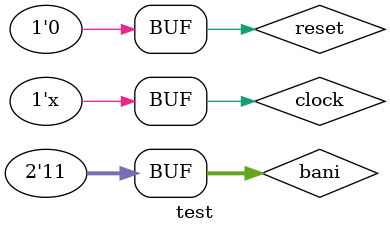
<source format=v>
`timescale 1ns / 1ns

module automat(bani, cola, rest, reset, clk);
    parameter m0  = 2'b00;
    parameter m5  = 2'b01;
    parameter b10 = 2'b10;
    parameter b50 = 2'b11;
 
    parameter S0 = 5'b00000;
    parameter S1 = 5'b00001;
    parameter S2 = 5'b00010;
    parameter S3 = 5'b00011;
    parameter S4 = 5'b00100;
    parameter S5 = 5'b00101;
    parameter S6 = 5'b00110;
    parameter S7 = 5'b00111;
    parameter S8 = 5'b01000;
    parameter S9 = 5'b01001;
    parameter S10 = 5'b01010;
    parameter S11 = 5'b01011;
    parameter S12 = 5'b01100;
    parameter S13 = 5'b01101;
    parameter S14 = 5'b01110;
    parameter S15 = 5'b01111;
    parameter S16 = 5'b10000;

    input [1:0] bani;
    input reset, clk;
	 
	 output cola;
	 output [1:0] rest;
	 reg cola;
    reg [1:0] rest;
	 
	 reg [5:0] state, nextstate;
	 
	 initial begin 
	     state = S0;
		  nextstate = S0;
		  rest = m0;
		  cola = 0;
    end
	 
	 always @(posedge clk)
	     state = nextstate;
		  
    always @ (state)
	     case(state)
		      S0, S1, S2, S3 : begin
				    rest = m0;
					 cola = 0;
				end
				S4, S5, S6, S7, S8, S9 : begin
				    rest = m0;
					 cola = 1;
				end
				S13, S15, S16 : begin
				    rest = m5;
					 cola = 0;
				end
				S10, S11, S12, S14 : begin
				    rest = b10;
					 cola = 0;
				end
    endcase
		  
    always @(state or reset or clk or bani)
	     if (reset)
		      nextstate = S0;
		  else
            case (state)
				    S0 : begin
					     case(bani) 
						      m5  : nextstate = S1;
								b10 : nextstate = S2;
								b50 : nextstate = S6;
						  endcase
					 end
					 S1 : begin
					     case (bani) 
						      m5  : nextstate = S2;
								b10 : nextstate = S3;
								b50 : nextstate = S7;
						  endcase
					 end
					 S2 : begin
					     case(bani) 
						      m5  : nextstate = S3;
								b10 : nextstate = S4;
								b50 : nextstate = S8;
						  endcase
					 end
					 S3 : begin
					     case(bani) 
						      m5  : nextstate = S4;
								b10 : nextstate = S5;
								b50 : nextstate = S9;
						  endcase
					 end
					 S4 : nextstate = S0;
					 S5 : nextstate = S16;
					 S6 : nextstate = S12;
					 S7 : nextstate = S13;
					 S8 : nextstate = S14;
					 S9 : nextstate = S15;
					 S10 : nextstate = S0;
					 S11 : nextstate = S10;
					 S12 : nextstate = S11;
					 S13 : nextstate = S12;
					 S14 : nextstate = S12;
					 S15 : nextstate = S14;
					 S16 : nextstate = S0;
				    default : 
					     nextstate = S0;
		      endcase
		  

endmodule

module test;
    reg clock, reset;
    reg [1:0] bani;
    wire [1:0] rest;
    
    initial begin
        clock = 0;
        reset = 0;
        bani = 0;
        
         #2 bani = 2'b01;
         #1 bani = 2'b00;
         #12 bani=2'b10;
         #1 bani = 2'b00;
         #5 bani= 2'b11;
        #20;
    end
    
    always begin
        #1 clock = !clock;
    end
    automat ceck (bani, cola, rest, reset, clock);
endmodule

</source>
